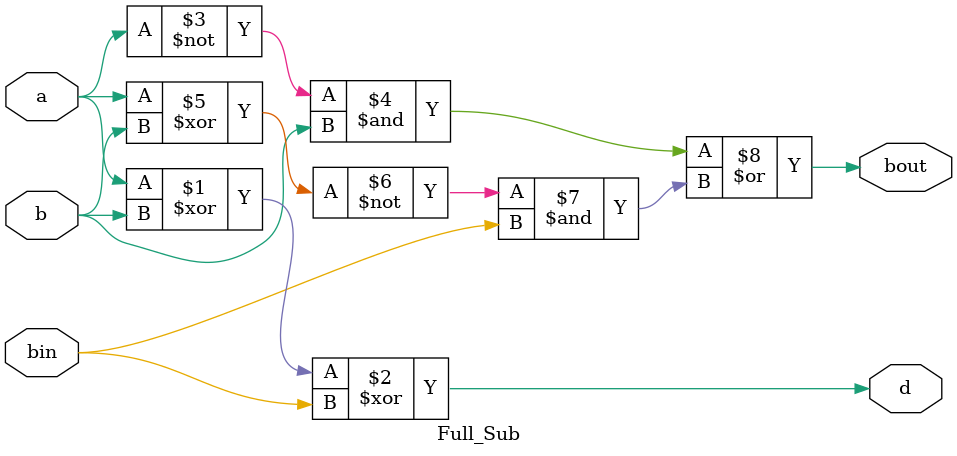
<source format=v>
`timescale 1ns / 1ps


module Full_Sub(
input a,b,bin, output d,bout
    );
    assign d =a^b^bin;
    assign bout = (~a&b)| (~(a^b) &bin);
endmodule

</source>
